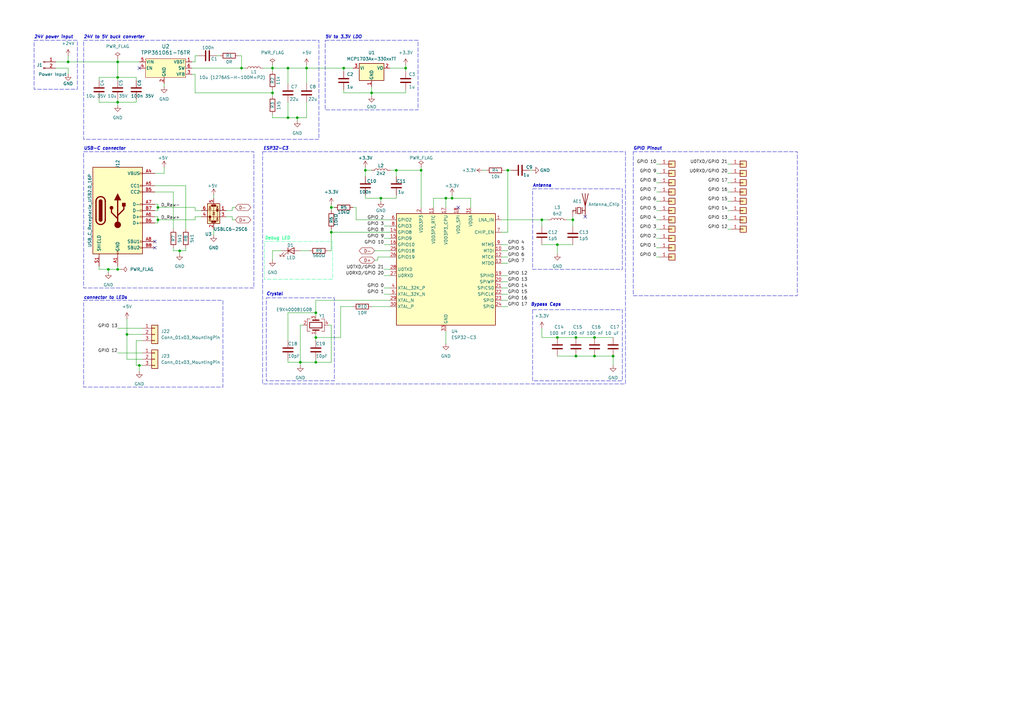
<source format=kicad_sch>
(kicad_sch (version 20231120) (generator "eeschema") (generator_version "8.0")
  (paper "A3")
  (title_block (title "ESP32-C3 LED PCB") (date "2025-01-07") (rev "1") (company "Netz39 e.V."))
  (junction (at 166.37 27.94))
  (junction (at 27.94 25.4))
  (junction (at 236.22 138.43))
  (junction (at 162.56 69.85))
  (junction (at 251.46 146.05))
  (junction (at 129.54 138.43))
  (junction (at 222.25 90.17))
  (junction (at 121.92 48.26))
  (junction (at 52.07 137.16))
  (junction (at 129.54 128.27))
  (junction (at 228.6 138.43))
  (junction (at 99.06 27.94))
  (junction (at 123.19 148.59))
  (junction (at 73.66 102.87))
  (junction (at 44.45 110.49))
  (junction (at 118.11 48.26))
  (junction (at 152.4 38.1))
  (junction (at 125.73 27.94))
  (junction (at 234.95 90.17))
  (junction (at 64.77 85.09))
  (junction (at 208.28 69.85))
  (junction (at 149.86 69.85))
  (junction (at 243.84 138.43))
  (junction (at 48.26 25.4))
  (junction (at 111.76 27.94))
  (junction (at 48.26 110.49))
  (junction (at 111.76 38.1))
  (junction (at 236.22 146.05))
  (junction (at 129.54 148.59))
  (junction (at 228.6 100.33))
  (junction (at 172.72 69.85))
  (junction (at 156.21 81.28))
  (junction (at 135.89 95.25))
  (junction (at 57.15 149.86))
  (junction (at 48.26 41.91))
  (junction (at 243.84 146.05))
  (junction (at 64.77 90.17))
  (junction (at 48.26 31.75))
  (junction (at 135.89 85.09))
  (junction (at 118.11 27.94))
  (junction (at 140.97 27.94))
  (junction (at 182.88 81.28))
  (junction (at 185.42 81.28))
  (no_connect (at 63.5 101.6))
  (no_connect (at 240.03 88.9))
  (no_connect (at 57.15 27.94))
  (no_connect (at 63.5 99.06))
  (no_connect (at 187.96 85.09))
  (wire (pts (xy 125.73 41.91) (xy 125.73 48.26)))
  (wire (pts (xy 135.89 95.25) (xy 160.02 95.25)))
  (wire (pts (xy 153.67 102.87) (xy 160.02 102.87)))
  (wire (pts (xy 48.26 134.62) (xy 58.42 134.62)))
  (wire (pts (xy 40.64 41.91) (xy 40.64 40.64)))
  (wire (pts (xy 44.45 110.49) (xy 48.26 110.49)))
  (wire (pts (xy 298.45 82.55) (xy 299.72 82.55)))
  (wire (pts (xy 22.86 27.94) (xy 27.94 27.94)))
  (wire (pts (xy 123.19 148.59) (xy 123.19 133.35)))
  (wire (pts (xy 123.19 149.86) (xy 123.19 148.59)))
  (wire (pts (xy 140.97 27.94) (xy 140.97 29.21)))
  (wire (pts (xy 57.15 149.86) (xy 57.15 152.4)))
  (wire (pts (xy 135.89 133.35) (xy 134.62 133.35)))
  (wire (pts (xy 40.64 33.02) (xy 40.64 31.75)))
  (wire (pts (xy 269.24 97.79) (xy 270.51 97.79)))
  (wire (pts (xy 207.01 69.85) (xy 208.28 69.85)))
  (wire (pts (xy 208.28 113.03) (xy 205.74 113.03)))
  (wire (pts (xy 48.26 31.75) (xy 48.26 33.02)))
  (wire (pts (xy 162.56 69.85) (xy 172.72 69.85)))
  (wire (pts (xy 118.11 48.26) (xy 121.92 48.26)))
  (wire (pts (xy 205.74 90.17) (xy 222.25 90.17)))
  (wire (pts (xy 185.42 80.01) (xy 185.42 81.28)))
  (wire (pts (xy 78.74 25.4) (xy 80.01 25.4)))
  (wire (pts (xy 182.88 135.89) (xy 182.88 140.97)))
  (wire (pts (xy 177.8 81.28) (xy 182.88 81.28)))
  (wire (pts (xy 205.74 120.65) (xy 208.28 120.65)))
  (wire (pts (xy 185.42 81.28) (xy 193.04 81.28)))
  (wire (pts (xy 55.88 149.86) (xy 57.15 149.86)))
  (wire (pts (xy 208.28 115.57) (xy 205.74 115.57)))
  (wire (pts (xy 55.88 139.7) (xy 58.42 139.7)))
  (wire (pts (xy 154.94 106.68) (xy 154.94 105.41)))
  (wire (pts (xy 48.26 25.4) (xy 57.15 25.4)))
  (wire (pts (xy 22.86 25.4) (xy 27.94 25.4)))
  (wire (pts (xy 40.64 110.49) (xy 44.45 110.49)))
  (wire (pts (xy 76.2 76.2) (xy 76.2 93.98)))
  (wire (pts (xy 298.45 86.36) (xy 299.72 86.36)))
  (wire (pts (xy 48.26 25.4) (xy 48.26 31.75)))
  (wire (pts (xy 95.25 85.09) (xy 96.52 85.09)))
  (wire (pts (xy 140.97 38.1) (xy 152.4 38.1)))
  (wire (pts (xy 205.74 100.33) (xy 208.28 100.33)))
  (wire (pts (xy 64.77 91.44) (xy 63.5 91.44)))
  (wire (pts (xy 87.63 93.98) (xy 87.63 96.52)))
  (wire (pts (xy 152.4 38.1) (xy 166.37 38.1)))
  (wire (pts (xy 64.77 90.17) (xy 64.77 88.9)))
  (wire (pts (xy 135.89 133.35) (xy 135.89 148.59)))
  (wire (pts (xy 55.88 33.02) (xy 55.88 31.75)))
  (wire (pts (xy 251.46 146.05) (xy 251.46 149.86)))
  (wire (pts (xy 236.22 138.43) (xy 243.84 138.43)))
  (wire (pts (xy 222.25 100.33) (xy 228.6 100.33)))
  (wire (pts (xy 118.11 27.94) (xy 125.73 27.94)))
  (wire (pts (xy 135.89 83.82) (xy 135.89 85.09)))
  (wire (pts (xy 95.25 86.36) (xy 92.71 86.36)))
  (wire (pts (xy 172.72 68.58) (xy 172.72 69.85)))
  (wire (pts (xy 48.26 41.91) (xy 55.88 41.91)))
  (wire (pts (xy 48.26 41.91) (xy 48.26 43.18)))
  (wire (pts (xy 269.24 67.31) (xy 270.51 67.31)))
  (wire (pts (xy 157.48 92.71) (xy 160.02 92.71)))
  (wire (pts (xy 149.86 72.39) (xy 149.86 69.85)))
  (wire (pts (xy 149.86 81.28) (xy 149.86 80.01)))
  (wire (pts (xy 129.54 123.19) (xy 160.02 123.19)))
  (wire (pts (xy 67.31 71.12) (xy 63.5 71.12)))
  (wire (pts (xy 205.74 105.41) (xy 208.28 105.41)))
  (wire (pts (xy 140.97 36.83) (xy 140.97 38.1)))
  (wire (pts (xy 64.77 85.09) (xy 80.01 85.09)))
  (wire (pts (xy 57.15 149.86) (xy 58.42 149.86)))
  (wire (pts (xy 234.95 90.17) (xy 234.95 92.71)))
  (wire (pts (xy 298.45 93.98) (xy 299.72 93.98)))
  (wire (pts (xy 222.25 138.43) (xy 228.6 138.43)))
  (wire (pts (xy 111.76 26.67) (xy 111.76 27.94)))
  (wire (pts (xy 129.54 137.16) (xy 129.54 138.43)))
  (wire (pts (xy 76.2 76.2) (xy 63.5 76.2)))
  (wire (pts (xy 162.56 81.28) (xy 162.56 80.01)))
  (wire (pts (xy 63.5 86.36) (xy 64.77 86.36)))
  (wire (pts (xy 95.25 85.09) (xy 95.25 86.36)))
  (wire (pts (xy 298.45 90.17) (xy 299.72 90.17)))
  (wire (pts (xy 48.26 31.75) (xy 55.88 31.75)))
  (wire (pts (xy 52.07 137.16) (xy 58.42 137.16)))
  (wire (pts (xy 166.37 26.67) (xy 166.37 27.94)))
  (wire (pts (xy 78.74 27.94) (xy 99.06 27.94)))
  (wire (pts (xy 96.52 90.17) (xy 95.25 90.17)))
  (wire (pts (xy 48.26 110.49) (xy 49.53 110.49)))
  (wire (pts (xy 144.78 85.09) (xy 146.05 85.09)))
  (wire (pts (xy 208.28 69.85) (xy 208.28 95.25)))
  (wire (pts (xy 228.6 100.33) (xy 228.6 104.14)))
  (wire (pts (xy 125.73 34.29) (xy 125.73 27.94)))
  (wire (pts (xy 44.45 110.49) (xy 44.45 111.76)))
  (wire (pts (xy 140.97 27.94) (xy 144.78 27.94)))
  (wire (pts (xy 121.92 48.26) (xy 121.92 49.53)))
  (wire (pts (xy 157.48 118.11) (xy 160.02 118.11)))
  (wire (pts (xy 166.37 27.94) (xy 160.02 27.94)))
  (wire (pts (xy 269.24 78.74) (xy 270.51 78.74)))
  (wire (pts (xy 217.17 69.85) (xy 218.44 69.85)))
  (wire (pts (xy 80.01 86.36) (xy 82.55 86.36)))
  (wire (pts (xy 129.54 128.27) (xy 129.54 129.54)))
  (wire (pts (xy 236.22 146.05) (xy 243.84 146.05)))
  (wire (pts (xy 40.64 109.22) (xy 40.64 110.49)))
  (wire (pts (xy 123.19 133.35) (xy 124.46 133.35)))
  (wire (pts (xy 222.25 92.71) (xy 222.25 90.17)))
  (wire (pts (xy 129.54 147.32) (xy 129.54 148.59)))
  (wire (pts (xy 64.77 91.44) (xy 64.77 90.17)))
  (wire (pts (xy 111.76 36.83) (xy 111.76 38.1)))
  (wire (pts (xy 118.11 139.7) (xy 118.11 128.27)))
  (wire (pts (xy 269.24 74.93) (xy 270.51 74.93)))
  (wire (pts (xy 205.74 107.95) (xy 208.28 107.95)))
  (wire (pts (xy 80.01 88.9) (xy 82.55 88.9)))
  (wire (pts (xy 228.6 100.33) (xy 234.95 100.33)))
  (wire (pts (xy 139.7 138.43) (xy 139.7 125.73)))
  (wire (pts (xy 111.76 38.1) (xy 111.76 39.37)))
  (wire (pts (xy 156.21 81.28) (xy 149.86 81.28)))
  (wire (pts (xy 64.77 83.82) (xy 64.77 85.09)))
  (wire (pts (xy 55.88 139.7) (xy 55.88 149.86)))
  (wire (pts (xy 95.25 90.17) (xy 95.25 88.9)))
  (wire (pts (xy 162.56 69.85) (xy 162.56 72.39)))
  (wire (pts (xy 298.45 78.74) (xy 299.72 78.74)))
  (wire (pts (xy 234.95 90.17) (xy 234.95 88.9)))
  (wire (pts (xy 52.07 130.81) (xy 52.07 137.16)))
  (wire (pts (xy 64.77 85.09) (xy 64.77 86.36)))
  (wire (pts (xy 152.4 125.73) (xy 160.02 125.73)))
  (wire (pts (xy 71.12 78.74) (xy 63.5 78.74)))
  (wire (pts (xy 205.74 102.87) (xy 208.28 102.87)))
  (wire (pts (xy 48.26 109.22) (xy 48.26 110.49)))
  (wire (pts (xy 157.48 100.33) (xy 160.02 100.33)))
  (wire (pts (xy 228.6 138.43) (xy 236.22 138.43)))
  (wire (pts (xy 135.89 102.87) (xy 134.62 102.87)))
  (wire (pts (xy 139.7 125.73) (xy 144.78 125.73)))
  (wire (pts (xy 129.54 123.19) (xy 129.54 128.27)))
  (wire (pts (xy 99.06 22.86) (xy 99.06 27.94)))
  (wire (pts (xy 157.48 113.03) (xy 160.02 113.03)))
  (wire (pts (xy 205.74 118.11) (xy 208.28 118.11)))
  (wire (pts (xy 71.12 93.98) (xy 71.12 78.74)))
  (wire (pts (xy 80.01 30.48) (xy 78.74 30.48)))
  (wire (pts (xy 48.26 144.78) (xy 58.42 144.78)))
  (wire (pts (xy 182.88 81.28) (xy 182.88 85.09)))
  (wire (pts (xy 76.2 102.87) (xy 76.2 101.6)))
  (wire (pts (xy 55.88 41.91) (xy 55.88 40.64)))
  (wire (pts (xy 48.26 24.13) (xy 48.26 25.4)))
  (wire (pts (xy 232.41 90.17) (xy 234.95 90.17)))
  (wire (pts (xy 118.11 41.91) (xy 118.11 48.26)))
  (wire (pts (xy 208.28 69.85) (xy 209.55 69.85)))
  (wire (pts (xy 135.89 148.59) (xy 129.54 148.59)))
  (wire (pts (xy 118.11 128.27) (xy 129.54 128.27)))
  (wire (pts (xy 80.01 38.1) (xy 111.76 38.1)))
  (wire (pts (xy 67.31 34.29) (xy 67.31 35.56)))
  (wire (pts (xy 95.25 88.9) (xy 92.71 88.9)))
  (wire (pts (xy 135.89 93.98) (xy 135.89 95.25)))
  (wire (pts (xy 157.48 110.49) (xy 160.02 110.49)))
  (wire (pts (xy 111.76 48.26) (xy 118.11 48.26)))
  (wire (pts (xy 269.24 71.12) (xy 270.51 71.12)))
  (wire (pts (xy 111.76 48.26) (xy 111.76 46.99)))
  (wire (pts (xy 129.54 138.43) (xy 129.54 139.7)))
  (wire (pts (xy 208.28 95.25) (xy 205.74 95.25)))
  (wire (pts (xy 64.77 83.82) (xy 63.5 83.82)))
  (wire (pts (xy 88.9 22.86) (xy 90.17 22.86)))
  (wire (pts (xy 269.24 86.36) (xy 270.51 86.36)))
  (wire (pts (xy 222.25 90.17) (xy 224.79 90.17)))
  (wire (pts (xy 198.12 69.85) (xy 199.39 69.85)))
  (wire (pts (xy 71.12 102.87) (xy 73.66 102.87)))
  (wire (pts (xy 111.76 27.94) (xy 118.11 27.94)))
  (wire (pts (xy 298.45 71.12) (xy 299.72 71.12)))
  (wire (pts (xy 67.31 71.12) (xy 67.31 68.58)))
  (wire (pts (xy 73.66 102.87) (xy 76.2 102.87)))
  (wire (pts (xy 118.11 148.59) (xy 123.19 148.59)))
  (wire (pts (xy 27.94 25.4) (xy 48.26 25.4)))
  (wire (pts (xy 80.01 38.1) (xy 80.01 30.48)))
  (wire (pts (xy 123.19 102.87) (xy 127 102.87)))
  (wire (pts (xy 153.67 106.68) (xy 154.94 106.68)))
  (wire (pts (xy 111.76 27.94) (xy 111.76 29.21)))
  (wire (pts (xy 80.01 90.17) (xy 80.01 88.9)))
  (wire (pts (xy 111.76 102.87) (xy 115.57 102.87)))
  (wire (pts (xy 80.01 85.09) (xy 80.01 86.36)))
  (wire (pts (xy 152.4 38.1) (xy 152.4 39.37)))
  (wire (pts (xy 121.92 48.26) (xy 125.73 48.26)))
  (wire (pts (xy 118.11 148.59) (xy 118.11 147.32)))
  (wire (pts (xy 269.24 105.41) (xy 270.51 105.41)))
  (wire (pts (xy 269.24 101.6) (xy 270.51 101.6)))
  (wire (pts (xy 269.24 90.17) (xy 270.51 90.17)))
  (wire (pts (xy 137.16 85.09) (xy 135.89 85.09)))
  (wire (pts (xy 48.26 41.91) (xy 48.26 40.64)))
  (wire (pts (xy 129.54 148.59) (xy 123.19 148.59)))
  (wire (pts (xy 222.25 134.62) (xy 222.25 138.43)))
  (wire (pts (xy 87.63 80.01) (xy 87.63 81.28)))
  (wire (pts (xy 269.24 93.98) (xy 270.51 93.98)))
  (wire (pts (xy 182.88 81.28) (xy 185.42 81.28)))
  (wire (pts (xy 27.94 22.86) (xy 27.94 25.4)))
  (wire (pts (xy 157.48 97.79) (xy 160.02 97.79)))
  (wire (pts (xy 152.4 35.56) (xy 152.4 38.1)))
  (wire (pts (xy 243.84 138.43) (xy 251.46 138.43)))
  (wire (pts (xy 97.79 22.86) (xy 99.06 22.86)))
  (wire (pts (xy 166.37 29.21) (xy 166.37 27.94)))
  (wire (pts (xy 193.04 81.28) (xy 193.04 85.09)))
  (wire (pts (xy 135.89 95.25) (xy 135.89 102.87)))
  (wire (pts (xy 228.6 146.05) (xy 236.22 146.05)))
  (wire (pts (xy 52.07 137.16) (xy 52.07 147.32)))
  (wire (pts (xy 149.86 68.58) (xy 149.86 69.85)))
  (wire (pts (xy 146.05 85.09) (xy 146.05 90.17)))
  (wire (pts (xy 177.8 81.28) (xy 177.8 85.09)))
  (wire (pts (xy 160.02 120.65) (xy 157.48 120.65)))
  (wire (pts (xy 99.06 27.94) (xy 100.33 27.94)))
  (wire (pts (xy 146.05 90.17) (xy 160.02 90.17)))
  (wire (pts (xy 40.64 31.75) (xy 48.26 31.75)))
  (wire (pts (xy 80.01 25.4) (xy 80.01 22.86)))
  (wire (pts (xy 205.74 123.19) (xy 208.28 123.19)))
  (wire (pts (xy 269.24 82.55) (xy 270.51 82.55)))
  (wire (pts (xy 48.26 41.91) (xy 40.64 41.91)))
  (wire (pts (xy 80.01 22.86) (xy 81.28 22.86)))
  (wire (pts (xy 166.37 36.83) (xy 166.37 38.1)))
  (wire (pts (xy 154.94 105.41) (xy 160.02 105.41)))
  (wire (pts (xy 64.77 90.17) (xy 80.01 90.17)))
  (wire (pts (xy 64.77 88.9) (xy 63.5 88.9)))
  (wire (pts (xy 27.94 27.94) (xy 27.94 30.48)))
  (wire (pts (xy 172.72 69.85) (xy 172.72 85.09)))
  (wire (pts (xy 111.76 106.68) (xy 111.76 102.87)))
  (wire (pts (xy 298.45 67.31) (xy 299.72 67.31)))
  (wire (pts (xy 125.73 26.67) (xy 125.73 27.94)))
  (wire (pts (xy 135.89 85.09) (xy 135.89 86.36)))
  (wire (pts (xy 71.12 102.87) (xy 71.12 101.6)))
  (wire (pts (xy 156.21 81.28) (xy 156.21 82.55)))
  (wire (pts (xy 162.56 81.28) (xy 156.21 81.28)))
  (wire (pts (xy 149.86 69.85) (xy 152.4 69.85)))
  (wire (pts (xy 243.84 146.05) (xy 251.46 146.05)))
  (wire (pts (xy 118.11 34.29) (xy 118.11 27.94)))
  (wire (pts (xy 125.73 27.94) (xy 140.97 27.94)))
  (wire (pts (xy 205.74 125.73) (xy 208.28 125.73)))
  (wire (pts (xy 52.07 147.32) (xy 58.42 147.32)))
  (wire (pts (xy 160.02 69.85) (xy 162.56 69.85)))
  (wire (pts (xy 129.54 138.43) (xy 139.7 138.43)))
  (wire (pts (xy 107.95 27.94) (xy 111.76 27.94)))
  (wire (pts (xy 298.45 74.93) (xy 299.72 74.93)))
  (wire (pts (xy 73.66 102.87) (xy 73.66 104.14)))
  (rectangle (start 218.44 77.47) (end 255.27 110.49) (stroke (width 0) (type dash)))
  (rectangle (start 107.696 62.23) (end 256.54 157.48) (stroke (width 0) (type dash)))
  (rectangle (start 109.22 122.174) (end 137.16 156.21) (stroke (width 0) (type dash)))
  (rectangle (start 108.458 99.06) (end 136.398 114.554) (stroke (width 0) (type dash) (color 49 255 149 1)))
  (rectangle (start 218.44 127) (end 255.27 156.21) (stroke (width 0) (type dash)))
  (rectangle (start 133.35 16.51) (end 171.45 45.085) (stroke (width 0) (type dash)))
  (rectangle (start 13.97 16.51) (end 31.75 36.576) (stroke (width 0) (type dash)))
  (rectangle (start 259.715 62.23) (end 327.025 121.285) (stroke (width 0) (type dash)))
  (rectangle (start 34.29 16.51) (end 130.81 57.15) (stroke (width 0) (type dash)))
  (rectangle (start 34.29 123.19) (end 91.44 158.75) (stroke (width 0) (type dash)))
  (rectangle (start 34.29 62.23) (end 104.14 118.11) (stroke (width 0) (type dash)))
  (text "Antenna" (at 218.44 76.2 0) (effects (font (size 1.27 1.27) (thickness 0.254) (bold yes) (italic yes)) (justify left)))
  (text "GPIO Pinout" (at 259.715 60.96 0) (effects (font (size 1.27 1.27) (thickness 0.254) (bold yes) (italic yes)) (justify left)))
  (text "Bypass Caps" (at 217.678 124.968 0) (effects (font (size 1.27 1.27) (thickness 0.254) (bold yes) (italic yes)) (justify left)))
  (text "Crystal" (at 109.22 120.65 0) (effects (font (size 1.27 1.27) (thickness 0.254) (bold yes) (italic yes)) (justify left)))
  (text "24V to 5V buck converter" (at 34.29 15.24 0) (effects (font (size 1.27 1.27) (thickness 0.254) (bold yes) (italic yes)) (justify left)))
  (text "USB-C connector" (at 34.29 60.96 0) (effects (font (size 1.27 1.27) (thickness 0.254) (bold yes) (italic yes)) (justify left)))
  (text "connector to LEDs" (at 34.29 122.174 0) (effects (font (size 1.27 1.27) (thickness 0.254) (bold yes) (italic yes)) (justify left)))
  (text "Debug LED" (at 108.585 97.79 0) (effects (font (size 1.27 1.27) (thickness 0.254) (bold yes) (italic yes)) (justify left)))
  (text "ESP32-C3" (at 107.95 60.96 0) (effects (font (size 1.27 1.27) (thickness 0.254) (bold yes) (italic yes)) (justify left)))
  (text "5V to 3.3V LDO" (at 133.35 15.24 0) (effects (font (size 1.27 1.27) (thickness 0.254) (bold yes) (italic yes)) (justify left)))
  (text "24V power input" (at 13.97 15.24 0) (effects (font (size 1.27 1.27) (thickness 0.254) (bold yes) (italic yes)) (justify left)))
  (label "GPIO 17" (at 298.45 74.93 180))
  (label "GPIO 14" (at 208.28 118.11 0))
  (label "GPIO 8" (at 269.24 74.93 180))
  (label "D_Raw-" (at 66.04 85.09 0))
  (label "GPIO 3" (at 269.24 93.98 180))
  (label "GPIO 15" (at 298.45 82.55 180))
  (label "GPIO 4" (at 269.24 90.17 180))
  (label "GPIO 4" (at 208.28 100.33 0))
  (label "GPIO 6" (at 269.24 82.55 180))
  (label "GPIO 1" (at 157.48 120.65 180))
  (label "GPIO 9" (at 269.24 71.12 180))
  (label "GPIO 2" (at 269.24 97.79 180))
  (label "GPIO 17" (at 208.28 125.73 0))
  (label "GPIO 16" (at 208.28 123.19 0))
  (label "U0TXD{slash}GPIO 21" (at 298.45 67.31 180))
  (label "GPIO 13" (at 298.45 90.17 180))
  (label "GPIO 5" (at 269.24 86.36 180))
  (label "GPIO 0" (at 269.24 105.41 180))
  (label "GPIO 3" (at 157.48 92.71 180))
  (label "GPIO 13" (at 48.26 134.62 180))
  (label "D_Raw+" (at 66.04 90.17 0))
  (label "GPIO 14" (at 298.45 86.36 180))
  (label "GPIO 5" (at 208.28 102.87 0))
  (label "GPIO 9" (at 157.48 97.79 180))
  (label "GPIO 10" (at 269.24 67.31 180))
  (label "GPIO 0" (at 157.48 118.11 180))
  (label "GPIO 12" (at 48.26 144.78 180))
  (label "GPIO 15" (at 208.28 120.65 0))
  (label "GPIO 6" (at 208.28 105.41 0))
  (label "GPIO 1" (at 269.24 101.6 180))
  (label "GPIO 13" (at 208.28 115.57 0))
  (label "GPIO 12" (at 298.45 93.98 180))
  (label "U0RXD{slash}GPIO 20" (at 157.48 113.03 180))
  (label "U0RXD{slash}GPIO 20" (at 298.45 71.12 180))
  (label "GPIO 8" (at 157.48 95.25 180))
  (label "GPIO 10" (at 157.48 100.33 180))
  (label "GPIO 12" (at 208.28 113.03 0))
  (label "GPIO 7" (at 208.28 107.95 0))
  (label "GPIO 16" (at 298.45 78.74 180))
  (label "GPIO 2" (at 157.48 90.17 180))
  (label "GPIO 7" (at 269.24 78.74 180))
  (label "U0TXD{slash}GPIO 21" (at 157.48 110.49 180))
  (global_label "D-" (shape bidirectional) (at 153.67 102.87 180) (property "Intersheetrefs" "${INTERSHEET_REFS}" (effects (hide yes))))
  (global_label "D+" (shape bidirectional) (at 153.67 106.68 180) (property "Intersheetrefs" "${INTERSHEET_REFS}" (effects (hide yes))))
  (global_label "D-" (shape bidirectional) (at 96.52 85.09 0) (property "Intersheetrefs" "${INTERSHEET_REFS}" (effects (hide yes))))
  (global_label "D+" (shape bidirectional) (at 96.52 90.17 0) (property "Intersheetrefs" "${INTERSHEET_REFS}" (effects (hide yes))))
  (symbol (lib_id "Device:C") (at 118.11 38.1 180) (unit 1)
    (property "Reference" "C7" (at 120.65 35.56 0))
    (property "Value" "22u" (at 120.65 40.64 0))
    (property "Footprint" "Capacitor_SMD:C_0805_2012Metric_Pad1.18x1.45mm_HandSolder" (effects (hide yes)))
    (property "Description" "Unpolarized capacitor" (effects (hide yes)))
  )
  (symbol (lib_id "power:GND") (at 156.21 82.55 0) (unit 1)
    (property "Reference" "#PWR15" (effects (hide yes)))
    (property "Value" "GND" (at 156.21 86.36 0))
    (property "Description" "Power symbol creates a global label with name \"GND\" , ground" (effects (hide yes)))
  )
  (symbol (lib_id "power:GND") (at 111.76 106.68 0) (unit 1)
    (property "Reference" "#PWR20" (effects (hide yes)))
    (property "Value" "GND" (at 111.76 111.76 0))
    (property "Description" "Power symbol creates a global label with name \"GND\" , ground" (effects (hide yes)))
  )
  (symbol (lib_id "power:+3.3V") (at 149.86 68.58 0) (unit 1)
    (property "Reference" "#PWR10" (effects (hide yes)))
    (property "Value" "+3.3V" (at 149.86 64.77 0))
    (property "Description" "Power symbol creates a global label with name \"+3.3V\"" (effects (hide yes)))
  )
  (symbol (lib_id "Connector_Generic:Conn_01x01") (at 275.59 105.41 0) (unit 1)
    (property "Reference" "J21" (effects (hide yes)))
    (property "Value" "Conn_01x06" (effects (hide yes)))
    (property "Footprint" "extraFootprints:01_P2.00mm" (effects (hide yes)))
    (property "Description" "Generic connector, single row, 01x01, script generated (kicad-library-utils/schlib/autogen/connector/)" (effects (hide yes)))
  )
  (symbol (lib_id "Device:C") (at 222.25 96.52 0) (unit 1)
    (property "Reference" "C12" (at 224.79 95.25 0) (effects (justify left)))
    (property "Value" "1p5" (at 224.79 97.79 0) (effects (justify left)))
    (property "Footprint" "Capacitor_SMD:C_0402_1005Metric_Pad0.74x0.62mm_HandSolder" (effects (hide yes)))
    (property "Description" "Unpolarized capacitor" (effects (hide yes)))
  )
  (symbol (lib_id "Device:R") (at 111.76 33.02 0) (unit 1)
    (property "Reference" "R2" (at 111.76 33.02 90))
    (property "Value" "11k" (at 114.046 33.02 90))
    (property "Footprint" "Resistor_SMD:R_0603_1608Metric_Pad0.98x0.95mm_HandSolder" (effects (hide yes)))
    (property "Description" "Resistor" (effects (hide yes)))
  )
  (symbol (lib_id "Device:LED") (at 119.38 102.87 0) (unit 1)
    (property "Reference" "D1" (at 119.126 100.584 0))
    (property "Value" "LED" (at 119.38 105.664 0))
    (property "Footprint" "LED_SMD:LED_0805_2012Metric_Pad1.15x1.40mm_HandSolder" (effects (hide yes)))
    (property "Description" "Light emitting diode" (effects (hide yes)))
  )
  (symbol (lib_id "Device:Antenna_Chip") (at 237.49 86.36 0) (unit 1)
    (property "Reference" "AE1" (at 234.95 82.55 0) (effects (justify left)))
    (property "Value" "Antenna_Chip" (at 241.3 83.82 0) (effects (justify left)))
    (property "Footprint" "RF_Antenna:Johanson_2450AT43F0100" (effects (hide yes)))
    (property "Description" "Ceramic chip antenna with pin for PCB trace" (effects (hide yes)))
  )
  (symbol (lib_id "power:GND") (at 182.88 140.97 0) (unit 1)
    (property "Reference" "#PWR24" (effects (hide yes)))
    (property "Value" "GND" (at 182.88 146.05 0))
    (property "Description" "Power symbol creates a global label with name \"GND\" , ground" (effects (hide yes)))
  )
  (symbol (lib_id "power:GND") (at 228.6 104.14 0) (unit 1)
    (property "Reference" "#PWR19" (effects (hide yes)))
    (property "Value" "GND" (at 228.6 109.22 0))
    (property "Description" "Power symbol creates a global label with name \"GND\" , ground" (effects (hide yes)))
  )
  (symbol (lib_id "power:GND") (at 152.4 39.37 0) (unit 1)
    (property "Reference" "#PWR6" (effects (hide yes)))
    (property "Value" "GND" (at 152.4 43.815 0))
    (property "Description" "Power symbol creates a global label with name \"GND\" , ground" (effects (hide yes)))
  )
  (symbol (lib_id "Connector_Generic:Conn_01x01") (at 304.8 67.31 0) (unit 1)
    (property "Reference" "J3" (effects (hide yes)))
    (property "Value" "Conn_01x06" (effects (hide yes)))
    (property "Footprint" "extraFootprints:01_P2.00mm" (effects (hide yes)))
    (property "Description" "Generic connector, single row, 01x01, script generated (kicad-library-utils/schlib/autogen/connector/)" (effects (hide yes)))
  )
  (symbol (lib_id "Device:R") (at 130.81 102.87 90) (unit 1)
    (property "Reference" "R9" (at 130.81 102.87 90))
    (property "Value" "560Ω" (at 130.81 104.775 90))
    (property "Footprint" "Resistor_SMD:R_0603_1608Metric_Pad0.98x0.95mm_HandSolder" (effects (hide yes)))
    (property "Description" "Resistor" (effects (hide yes)))
  )
  (symbol (lib_id "Device:R") (at 140.97 85.09 90) (unit 1)
    (property "Reference" "R5" (at 140.97 85.09 90))
    (property "Value" "10kΩ" (at 140.97 86.995 90))
    (property "Footprint" "Resistor_SMD:R_0603_1608Metric_Pad0.98x0.95mm_HandSolder" (effects (hide yes)))
    (property "Description" "Resistor" (effects (hide yes)))
  )
  (symbol (lib_id "Connector_Generic:Conn_01x01") (at 275.59 82.55 0) (unit 1)
    (property "Reference" "J10" (effects (hide yes)))
    (property "Value" "Conn_01x06" (effects (hide yes)))
    (property "Footprint" "extraFootprints:01_P2.00mm" (effects (hide yes)))
    (property "Description" "Generic connector, single row, 01x01, script generated (kicad-library-utils/schlib/autogen/connector/)" (effects (hide yes)))
  )
  (symbol (lib_id "Device:C") (at 149.86 76.2 0) (unit 1)
    (property "Reference" "C10" (at 150.495 74.295 0) (effects (justify left)))
    (property "Value" "100n" (at 147.32 78.74 0) (effects (justify left)))
    (property "Footprint" "Capacitor_SMD:C_0603_1608Metric_Pad1.08x0.95mm_HandSolder" (effects (hide yes)))
    (property "Description" "Unpolarized capacitor" (effects (hide yes)))
  )
  (symbol (lib_id "power:PWR_FLAG") (at 48.26 24.13 0) (unit 1)
    (property "Reference" "#FLG1" (effects (hide yes)))
    (property "Value" "PWR_FLAG" (at 48.26 19.05 0))
    (property "Description" "Special symbol for telling ERC where power comes from" (effects (hide yes)))
  )
  (symbol (lib_id "Connector_Generic:Conn_01x01") (at 275.59 71.12 0) (unit 1)
    (property "Reference" "J4" (effects (hide yes)))
    (property "Value" "Conn_01x06" (effects (hide yes)))
    (property "Footprint" "extraFootprints:01_P2.00mm" (effects (hide yes)))
    (property "Description" "Generic connector, single row, 01x01, script generated (kicad-library-utils/schlib/autogen/connector/)" (effects (hide yes)))
  )
  (symbol (lib_id "power:PWR_FLAG") (at 111.76 26.67 0) (unit 1)
    (property "Reference" "#FLG2" (effects (hide yes)))
    (property "Value" "PWR_FLAG" (at 111.76 21.59 0))
    (property "Description" "Special symbol for telling ERC where power comes from" (effects (hide yes)))
  )
  (symbol (lib_id "power:+3.3V") (at 135.89 83.82 0) (unit 1)
    (property "Reference" "#PWR16" (effects (hide yes)))
    (property "Value" "+3.3V" (at 135.89 78.74 0))
    (property "Description" "Power symbol creates a global label with name \"+3.3V\"" (effects (hide yes)))
  )
  (symbol (lib_id "Connector_Generic:Conn_01x01") (at 304.8 86.36 0) (unit 1)
    (property "Reference" "J14" (effects (hide yes)))
    (property "Value" "Conn_01x06" (effects (hide yes)))
    (property "Footprint" "extraFootprints:01_P2.00mm" (effects (hide yes)))
    (property "Description" "Generic connector, single row, 01x01, script generated (kicad-library-utils/schlib/autogen/connector/)" (effects (hide yes)))
  )
  (symbol (lib_id "Device:C") (at 236.22 142.24 0) (unit 1)
    (property "Reference" "C15" (at 234.95 134.112 0) (effects (justify left)))
    (property "Value" "100 nF" (at 232.918 136.652 0) (effects (justify left)))
    (property "Footprint" "Capacitor_SMD:C_0603_1608Metric_Pad1.08x0.95mm_HandSolder" (effects (hide yes)))
    (property "Description" "Unpolarized capacitor" (effects (hide yes)))
  )
  (symbol (lib_id "power:GND") (at 57.15 152.4 0) (unit 1)
    (property "Reference" "#PWR27" (effects (hide yes)))
    (property "Value" "GND" (at 57.15 157.48 0))
    (property "Description" "Power symbol creates a global label with name \"GND\" , ground" (effects (hide yes)))
  )
  (symbol (lib_id "Connector_Generic:Conn_01x01") (at 304.8 90.17 0) (unit 1)
    (property "Reference" "J16" (effects (hide yes)))
    (property "Value" "Conn_01x06" (effects (hide yes)))
    (property "Footprint" "extraFootprints:01_P2.00mm" (effects (hide yes)))
    (property "Description" "Generic connector, single row, 01x01, script generated (kicad-library-utils/schlib/autogen/connector/)" (effects (hide yes)))
  )
  (symbol (lib_id "Connector_Generic:Conn_01x01") (at 304.8 71.12 0) (unit 1)
    (property "Reference" "J5" (effects (hide yes)))
    (property "Value" "Conn_01x06" (effects (hide yes)))
    (property "Footprint" "extraFootprints:01_P2.00mm" (effects (hide yes)))
    (property "Description" "Generic connector, single row, 01x01, script generated (kicad-library-utils/schlib/autogen/connector/)" (effects (hide yes)))
  )
  (symbol (lib_id "power:+5V") (at 52.07 130.81 0) (unit 1)
    (property "Reference" "#PWR22" (effects (hide yes)))
    (property "Value" "+5V" (at 52.07 125.73 0))
    (property "Description" "Power symbol creates a global label with name \"+5V\"" (effects (hide yes)))
  )
  (symbol (lib_id "Connector:USB_C_Receptacle_USB2.0_16P") (at 48.26 86.36 0) (unit 1)
    (property "Reference" "J12" (at 48.26 67.31 90))
    (property "Value" "USB_C_Receptacle_USB2.0_16P" (at 36.83 86.36 90))
    (property "Footprint" "Connector_USB:USB_C_Receptacle_Palconn_UTC16-G" (effects (hide yes)))
    (property "Datasheet" "https://www.usb.org/sites/default/files/documents/usb_type-c.zip" (effects (hide yes)))
    (property "Description" "USB 2.0-only 16P Type-C Receptacle connector" (effects (hide yes)))
  )
  (symbol (lib_id "power:+3.3V") (at 222.25 134.62 0) (unit 1)
    (property "Reference" "#PWR23" (effects (hide yes)))
    (property "Value" "+3.3V" (at 222.25 129.54 0))
    (property "Description" "Power symbol creates a global label with name \"+3.3V\"" (effects (hide yes)))
  )
  (symbol (lib_id "Device:R") (at 71.12 97.79 180) (unit 1)
    (property "Reference" "R7" (at 71.12 97.79 90))
    (property "Value" "5k1" (at 73.66 97.79 90))
    (property "Footprint" "Resistor_SMD:R_0603_1608Metric_Pad0.98x0.95mm_HandSolder" (effects (hide yes)))
    (property "Description" "Resistor" (effects (hide yes)))
  )
  (symbol (lib_id "Connector_Generic:Conn_01x01") (at 304.8 82.55 0) (unit 1)
    (property "Reference" "J11" (effects (hide yes)))
    (property "Value" "Conn_01x06" (effects (hide yes)))
    (property "Footprint" "extraFootprints:01_P2.00mm" (effects (hide yes)))
    (property "Description" "Generic connector, single row, 01x01, script generated (kicad-library-utils/schlib/autogen/connector/)" (effects (hide yes)))
  )
  (symbol (lib_id "Device:C") (at 234.95 96.52 0) (unit 1)
    (property "Reference" "C13" (at 237.49 95.25 0) (effects (justify left)))
    (property "Value" "1p5" (at 237.49 97.79 0) (effects (justify left)))
    (property "Footprint" "Capacitor_SMD:C_0402_1005Metric_Pad0.74x0.62mm_HandSolder" (effects (hide yes)))
    (property "Description" "Unpolarized capacitor" (effects (hide yes)))
  )
  (symbol (lib_id "power:+5V") (at 67.31 68.58 0) (unit 1)
    (property "Reference" "#PWR9" (effects (hide yes)))
    (property "Value" "+5V" (at 64.77 64.77 0) (effects (justify left)))
    (property "Description" "Power symbol creates a global label with name \"+5V\"" (effects (hide yes)))
  )
  (symbol (lib_id "Device:C") (at 140.97 33.02 0) (unit 1)
    (property "Reference" "C2" (at 142.24 30.48 0) (effects (justify left)))
    (property "Value" "1u" (at 142.24 35.56 0) (effects (justify left)))
    (property "Footprint" "Capacitor_SMD:C_0603_1608Metric_Pad1.08x0.95mm_HandSolder" (effects (hide yes)))
    (property "Description" "Unpolarized capacitor" (effects (hide yes)))
  )
  (symbol (lib_id "Connector_Generic:Conn_01x03") (at 63.5 147.32 0) (unit 1)
    (property "Reference" "J23" (at 66.04 146.0499 0) (effects (justify left)))
    (property "Value" "Conn_01x03_MountingPin" (at 66.04 148.5899 0) (effects (justify left)))
    (property "Footprint" "Connector_Molex:Molex_PicoBlade_53047-0310_1x03_P1.25mm_Vertical" (effects (hide yes)))
    (property "Description" "Generic connector, single row, 01x03, script generated (kicad-library-utils/schlib/autogen/connector/)" (effects (hide yes)))
  )
  (symbol (lib_id "Device:R") (at 93.98 22.86 90) (unit 1)
    (property "Reference" "R1" (at 93.98 22.86 90))
    (property "Value" "0R" (at 93.98 25.4 90))
    (property "Footprint" "Resistor_SMD:R_0603_1608Metric_Pad0.98x0.95mm_HandSolder" (effects (hide yes)))
    (property "Description" "Resistor" (effects (hide yes)))
  )
  (symbol (lib_id "Device:R") (at 111.76 43.18 180) (unit 1)
    (property "Reference" "R3" (at 111.76 44.45 90) (effects (justify right)))
    (property "Value" "1k5" (at 114.3 45.085 90) (effects (justify right)))
    (property "Footprint" "Resistor_SMD:R_0603_1608Metric_Pad0.98x0.95mm_HandSolder" (effects (hide yes)))
    (property "Description" "Resistor" (effects (hide yes)))
  )
  (symbol (lib_id "Device:C") (at 40.64 36.83 180) (unit 1)
    (property "Reference" "C4" (at 41.91 34.036 90))
    (property "Value" "10u 35V" (at 39.37 39.37 0))
    (property "Footprint" "Capacitor_SMD:C_0603_1608Metric_Pad1.08x0.95mm_HandSolder" (effects (hide yes)))
    (property "Description" "Unpolarized capacitor" (effects (hide yes)))
  )
  (symbol (lib_id "power:GND") (at 218.44 69.85 90) (unit 1)
    (property "Reference" "#PWR12" (effects (hide yes)))
    (property "Value" "GND" (at 223.52 69.85 90))
    (property "Description" "Power symbol creates a global label with name \"GND\" , ground" (effects (hide yes)))
  )
  (symbol (lib_id "Device:R") (at 148.59 125.73 270) (unit 1)
    (property "Reference" "R10" (at 148.59 125.73 90))
    (property "Value" "10R" (at 148.59 128.27 90))
    (property "Footprint" "Resistor_SMD:R_0603_1608Metric_Pad0.98x0.95mm_HandSolder" (effects (hide yes)))
    (property "Description" "Resistor" (effects (hide yes)))
  )
  (symbol (lib_id "power:+24V") (at 27.94 22.86 0) (unit 1)
    (property "Reference" "#PWR1" (effects (hide yes)))
    (property "Value" "+24V" (at 27.94 17.78 0))
    (property "Description" "Power symbol creates a global label with name \"+24V\"" (effects (hide yes)))
  )
  (symbol (lib_id "power:GND") (at 251.46 149.86 0) (unit 1)
    (property "Reference" "#PWR26" (effects (hide yes)))
    (property "Value" "GND" (at 251.46 154.94 0))
    (property "Description" "Power symbol creates a global label with name \"GND\" , ground" (effects (hide yes)))
  )
  (symbol (lib_id "power:GND") (at 44.45 111.76 0) (unit 1)
    (property "Reference" "#PWR21" (effects (hide yes)))
    (property "Value" "GND" (at 44.45 116.84 0))
    (property "Description" "Power symbol creates a global label with name \"GND\" , ground" (effects (hide yes)))
  )
  (symbol (lib_id "power:GND") (at 87.63 96.52 0) (mirror y) (unit 1)
    (property "Reference" "#PWR17" (effects (hide yes)))
    (property "Value" "GND" (at 87.63 101.6 0))
    (property "Description" "Power symbol creates a global label with name \"GND\" , ground" (effects (hide yes)))
  )
  (symbol (lib_id "Power_Protection:USBLC6-2SC6") (at 87.63 86.36 0) (mirror y) (unit 1)
    (property "Reference" "U3" (at 86.868 96.012 0) (effects (justify left)))
    (property "Value" "USBLC6-2SC6" (at 101.6 93.98 0) (effects (justify left)))
    (property "Footprint" "Package_TO_SOT_SMD:SOT-23-6" (effects (hide yes)))
    (property "Datasheet" "https://www.st.com/resource/en/datasheet/usblc6-2.pdf" (effects (hide yes)))
    (property "Description" "Very low capacitance ESD protection diode, 2 data-line, SOT-23-6" (effects (hide yes)))
  )
  (symbol (lib_id "power:GND") (at 67.31 35.56 0) (unit 1)
    (property "Reference" "#PWR5" (effects (hide yes)))
    (property "Value" "GND" (at 67.31 40.64 0))
    (property "Description" "Power symbol creates a global label with name \"GND\" , ground" (effects (hide yes)))
  )
  (symbol (lib_id "Connector_Generic:Conn_01x01") (at 275.59 74.93 0) (unit 1)
    (property "Reference" "J6" (effects (hide yes)))
    (property "Value" "Conn_01x06" (effects (hide yes)))
    (property "Footprint" "extraFootprints:01_P2.00mm" (effects (hide yes)))
    (property "Description" "Generic connector, single row, 01x01, script generated (kicad-library-utils/schlib/autogen/connector/)" (effects (hide yes)))
  )
  (symbol (lib_id "Connector_Generic:Conn_01x01") (at 275.59 93.98 0) (unit 1)
    (property "Reference" "J17" (effects (hide yes)))
    (property "Value" "Conn_01x06" (effects (hide yes)))
    (property "Footprint" "extraFootprints:01_P2.00mm" (effects (hide yes)))
    (property "Description" "Generic connector, single row, 01x01, script generated (kicad-library-utils/schlib/autogen/connector/)" (effects (hide yes)))
  )
  (symbol (lib_id "Device:C") (at 166.37 33.02 0) (unit 1)
    (property "Reference" "C3" (at 167.64 30.48 0) (effects (justify left)))
    (property "Value" "1u" (at 167.64 35.56 0) (effects (justify left)))
    (property "Footprint" "Capacitor_SMD:C_0603_1608Metric_Pad1.08x0.95mm_HandSolder" (effects (hide yes)))
    (property "Description" "Unpolarized capacitor" (effects (hide yes)))
  )
  (symbol (lib_id "Connector_Generic:Conn_01x01") (at 304.8 74.93 0) (unit 1)
    (property "Reference" "J7" (effects (hide yes)))
    (property "Value" "Conn_01x06" (effects (hide yes)))
    (property "Footprint" "extraFootprints:01_P2.00mm" (effects (hide yes)))
    (property "Description" "Generic connector, single row, 01x01, script generated (kicad-library-utils/schlib/autogen/connector/)" (effects (hide yes)))
  )
  (symbol (lib_id "Device:C") (at 162.56 76.2 0) (unit 1)
    (property "Reference" "C11" (at 162.56 74.295 0) (effects (justify left)))
    (property "Value" "1u" (at 163.195 78.74 0) (effects (justify left)))
    (property "Footprint" "Capacitor_SMD:C_0603_1608Metric_Pad1.08x0.95mm_HandSolder" (effects (hide yes)))
    (property "Description" "Unpolarized capacitor" (effects (hide yes)))
  )
  (symbol (lib_id "Device:L") (at 104.14 27.94 270) (mirror x) (unit 1)
    (property "Reference" "L1" (at 104.14 29.464 90))
    (property "Value" "10u (1276AS-H-100M=P2)" (at 95.25 31.75 90))
    (property "Footprint" "Inductor_SMD:L_1210_3225Metric_Pad1.42x2.65mm_HandSolder" (effects (hide yes)))
    (property "Description" "Inductor" (effects (hide yes)))
  )
  (symbol (lib_id "Connector_Generic:Conn_01x01") (at 275.59 90.17 0) (unit 1)
    (property "Reference" "J15" (effects (hide yes)))
    (property "Value" "Conn_01x06" (effects (hide yes)))
    (property "Footprint" "extraFootprints:01_P2.00mm" (effects (hide yes)))
    (property "Description" "Generic connector, single row, 01x01, script generated (kicad-library-utils/schlib/autogen/connector/)" (effects (hide yes)))
  )
  (symbol (lib_id "Connector_Generic:Conn_01x01") (at 304.8 78.74 0) (unit 1)
    (property "Reference" "J9" (effects (hide yes)))
    (property "Value" "Conn_01x06" (effects (hide yes)))
    (property "Footprint" "extraFootprints:01_P2.00mm" (effects (hide yes)))
    (property "Description" "Generic connector, single row, 01x01, script generated (kicad-library-utils/schlib/autogen/connector/)" (effects (hide yes)))
  )
  (symbol (lib_id "power:+3.3V") (at 185.42 80.01 0) (unit 1)
    (property "Reference" "#PWR14" (effects (hide yes)))
    (property "Value" "+3.3V" (at 185.42 76.2 0))
    (property "Description" "Power symbol creates a global label with name \"+3.3V\"" (effects (hide yes)))
  )
  (symbol (lib_id "power:PWR_FLAG") (at 172.72 68.58 0) (unit 1)
    (property "Reference" "#FLG3" (effects (hide yes)))
    (property "Value" "PWR_FLAG" (at 172.72 64.77 0))
    (property "Description" "Special symbol for telling ERC where power comes from" (effects (hide yes)))
  )
  (symbol (lib_id "power:GND") (at 123.19 149.86 0) (unit 1)
    (property "Reference" "#PWR25" (effects (hide yes)))
    (property "Value" "GND" (at 123.19 154.94 0))
    (property "Description" "Power symbol creates a global label with name \"GND\" , ground" (effects (hide yes)))
  )
  (symbol (lib_id "power:+3.3V") (at 198.12 69.85 90) (unit 1)
    (property "Reference" "#PWR11" (effects (hide yes)))
    (property "Value" "+3.3V" (at 192.405 69.85 90))
    (property "Description" "Power symbol creates a global label with name \"+3.3V\"" (effects (hide yes)))
  )
  (symbol (lib_id "Device:R") (at 203.2 69.85 90) (unit 1)
    (property "Reference" "R4" (at 204.47 69.85 90) (effects (justify left)))
    (property "Value" "10k" (at 205.105 72.39 90) (effects (justify left)))
    (property "Footprint" "Resistor_SMD:R_0603_1608Metric_Pad0.98x0.95mm_HandSolder" (effects (hide yes)))
    (property "Description" "Resistor" (effects (hide yes)))
  )
  (symbol (lib_id "Device:C") (at 251.46 142.24 0) (unit 1)
    (property "Reference" "C17" (at 250.19 134.112 0) (effects (justify left)))
    (property "Value" "10 uF" (at 248.158 136.652 0) (effects (justify left)))
    (property "Footprint" "Capacitor_SMD:C_0603_1608Metric_Pad1.08x0.95mm_HandSolder" (effects (hide yes)))
    (property "Description" "Unpolarized capacitor" (effects (hide yes)))
  )
  (symbol (lib_id "Device:C") (at 129.54 143.51 0) (unit 1)
    (property "Reference" "C19" (at 129.54 140.97 0) (effects (justify left)))
    (property "Value" "10pF" (at 129.54 146.05 0) (effects (justify left)))
    (property "Footprint" "Capacitor_SMD:C_0402_1005Metric_Pad0.74x0.62mm_HandSolder" (effects (hide yes)))
    (property "Description" "Unpolarized capacitor" (effects (hide yes)))
  )
  (symbol (lib_id "Connector_Generic:Conn_01x01") (at 275.59 101.6 0) (unit 1)
    (property "Reference" "J20" (effects (hide yes)))
    (property "Value" "Conn_01x06" (effects (hide yes)))
    (property "Footprint" "extraFootprints:01_P2.00mm" (effects (hide yes)))
    (property "Description" "Generic connector, single row, 01x01, script generated (kicad-library-utils/schlib/autogen/connector/)" (effects (hide yes)))
  )
  (symbol (lib_id "Connector_Generic:Conn_01x03") (at 63.5 137.16 0) (unit 1)
    (property "Reference" "J22" (at 66.04 135.8899 0) (effects (justify left)))
    (property "Value" "Conn_01x03_MountingPin" (at 66.04 138.4299 0) (effects (justify left)))
    (property "Footprint" "Connector_Molex:Molex_PicoBlade_53047-0310_1x03_P1.25mm_Vertical" (effects (hide yes)))
    (property "Description" "Generic connector, single row, 01x03, script generated (kicad-library-utils/schlib/autogen/connector/)" (effects (hide yes)))
  )
  (symbol (lib_id "Device:R") (at 135.89 90.17 180) (unit 1)
    (property "Reference" "R6" (at 135.89 90.17 90))
    (property "Value" "10kΩ" (at 137.795 90.17 90))
    (property "Footprint" "Resistor_SMD:R_0603_1608Metric_Pad0.98x0.95mm_HandSolder" (effects (hide yes)))
    (property "Description" "Resistor" (effects (hide yes)))
  )
  (symbol (lib_id "power:+5V") (at 87.63 80.01 0) (unit 1)
    (property "Reference" "#PWR13" (effects (hide yes)))
    (property "Value" "+5V" (at 85.09 76.2 0) (effects (justify left)))
    (property "Description" "Power symbol creates a global label with name \"+5V\"" (effects (hide yes)))
  )
  (symbol (lib_id "Device:C") (at 228.6 142.24 0) (unit 1)
    (property "Reference" "C14" (at 227.33 134.112 0) (effects (justify left)))
    (property "Value" "100 nF" (at 225.298 136.652 0) (effects (justify left)))
    (property "Footprint" "Capacitor_SMD:C_0603_1608Metric_Pad1.08x0.95mm_HandSolder" (effects (hide yes)))
    (property "Description" "Unpolarized capacitor" (effects (hide yes)))
  )
  (symbol (lib_id "Regulator_Linear:MCP1703Ax-330xxTT") (at 152.4 27.94 0) (unit 1)
    (property "Reference" "U1" (at 152.4 21.59 0))
    (property "Value" "MCP1703Ax-330xxTT" (at 152.4 24.13 0))
    (property "Footprint" "Package_TO_SOT_SMD:SOT-23" (effects (hide yes)))
    (property "Datasheet" "http://ww1.microchip.com/downloads/en/DeviceDoc/20005122B.pdf" (effects (hide yes)))
    (property "Description" "Low Quiescent Current LDO Regulator, 3.3V, 250mA, Vin<=16V, SOT-23" (effects (hide yes)))
  )
  (symbol (lib_id "Connector_Generic:Conn_01x01") (at 304.8 93.98 0) (unit 1)
    (property "Reference" "J18" (effects (hide yes)))
    (property "Value" "Conn_01x06" (effects (hide yes)))
    (property "Footprint" "extraFootprints:01_P2.00mm" (effects (hide yes)))
    (property "Description" "Generic connector, single row, 01x01, script generated (kicad-library-utils/schlib/autogen/connector/)" (effects (hide yes)))
  )
  (symbol (lib_id "power:GND") (at 48.26 43.18 0) (unit 1)
    (property "Reference" "#PWR7" (effects (hide yes)))
    (property "Value" "GND" (at 48.26 48.26 0))
    (property "Description" "Power symbol creates a global label with name \"GND\" , ground" (effects (hide yes)))
  )
  (symbol (lib_id "Device:C") (at 125.73 38.1 180) (unit 1)
    (property "Reference" "C8" (at 128.27 35.56 0))
    (property "Value" "22u" (at 128.27 40.64 0))
    (property "Footprint" "Capacitor_SMD:C_0805_2012Metric_Pad1.18x1.45mm_HandSolder" (effects (hide yes)))
    (property "Description" "Unpolarized capacitor" (effects (hide yes)))
  )
  (symbol (lib_id "power:GND") (at 27.94 30.48 0) (mirror y) (unit 1)
    (property "Reference" "#PWR4" (effects (hide yes)))
    (property "Value" "GND" (at 27.94 34.29 0))
    (property "Description" "Power symbol creates a global label with name \"GND\" , ground" (effects (hide yes)))
  )
  (symbol (lib_id "Device:R") (at 76.2 97.79 180) (unit 1)
    (property "Reference" "R8" (at 76.2 97.79 90))
    (property "Value" "5k1" (at 78.74 97.79 90))
    (property "Footprint" "Resistor_SMD:R_0603_1608Metric_Pad0.98x0.95mm_HandSolder" (effects (hide yes)))
    (property "Description" "Resistor" (effects (hide yes)))
  )
  (symbol (lib_id "Device:C") (at 48.26 36.83 180) (unit 1)
    (property "Reference" "C5" (at 49.53 34.036 90))
    (property "Value" "10u 35V" (at 48.26 39.37 0))
    (property "Footprint" "Capacitor_SMD:C_0603_1608Metric_Pad1.08x0.95mm_HandSolder" (effects (hide yes)))
    (property "Description" "Unpolarized capacitor" (effects (hide yes)))
  )
  (symbol (lib_id "Device:C") (at 85.09 22.86 90) (unit 1)
    (property "Reference" "C1" (at 87.884 24.13 90))
    (property "Value" "100n" (at 85.344 19.558 90))
    (property "Footprint" "Capacitor_SMD:C_0603_1608Metric_Pad1.08x0.95mm_HandSolder" (effects (hide yes)))
    (property "Description" "Unpolarized capacitor" (effects (hide yes)))
  )
  (symbol (lib_id "Device:L") (at 156.21 69.85 90) (unit 1)
    (property "Reference" "L2" (at 156.21 67.945 90))
    (property "Value" "2n2" (at 156.21 71.12 90))
    (property "Footprint" "Inductor_SMD:L_0603_1608Metric" (effects (hide yes)))
    (property "Description" "Inductor" (effects (hide yes)))
  )
  (symbol (lib_id "Device:Crystal_GND24") (at 129.54 133.35 90) (unit 1)
    (property "Reference" "Y1" (at 132.08 129.54 90))
    (property "Value" "E9X400081G08" (at 120.65 127 90))
    (property "Footprint" "Crystal:Crystal_SMD_2016-4Pin_2.0x1.6mm" (effects (hide yes)))
    (property "Datasheet" "https://www.eaton.com/content/dam/eaton/products/electronic-components/resources/data-sheet/eaton-e9x-crystal-resonator-mhz-data-sheet-elx1389-en.pdf" (effects (hide yes)))
    (property "Description" "Four pin crystal, GND on pins 2 and 4" (effects (hide yes)))
  )
  (symbol (lib_id "Device:C") (at 118.11 143.51 0) (unit 1)
    (property "Reference" "C18" (at 118.11 140.97 0) (effects (justify left)))
    (property "Value" "10pF" (at 118.11 146.05 0) (effects (justify left)))
    (property "Footprint" "Capacitor_SMD:C_0402_1005Metric_Pad0.74x0.62mm_HandSolder" (effects (hide yes)))
    (property "Description" "Unpolarized capacitor" (effects (hide yes)))
  )
  (symbol (lib_id "Connector_Generic:Conn_01x01") (at 275.59 67.31 0) (unit 1)
    (property "Reference" "J2" (effects (hide yes)))
    (property "Value" "Conn_01x06" (effects (hide yes)))
    (property "Footprint" "extraFootprints:01_P2.00mm" (effects (hide yes)))
    (property "Description" "Generic connector, single row, 01x01, script generated (kicad-library-utils/schlib/autogen/connector/)" (effects (hide yes)))
  )
  (symbol (lib_id "power:+5V") (at 125.73 26.67 0) (unit 1)
    (property "Reference" "#PWR2" (effects (hide yes)))
    (property "Value" "+5V" (at 125.73 21.59 0))
    (property "Description" "Power symbol creates a global label with name \"+5V\"" (effects (hide yes)))
  )
  (symbol (lib_id "Connector:Conn_01x02_Pin") (at 17.78 25.4 0) (unit 1)
    (property "Reference" "J1" (at 16.256 26.67 0))
    (property "Value" "Power Input" (at 21.59 30.48 0))
    (property "Footprint" "Connector_Molex:Molex_PicoBlade_53047-0210_1x02_P1.25mm_Vertical" (effects (hide yes)))
    (property "Description" "Generic connector, single row, 01x02, script generated" (effects (hide yes)))
  )
  (symbol (lib_id "power:GND") (at 121.92 49.53 0) (unit 1)
    (property "Reference" "#PWR8" (effects (hide yes)))
    (property "Value" "GND" (at 121.92 54.61 0))
    (property "Description" "Power symbol creates a global label with name \"GND\" , ground" (effects (hide yes)))
  )
  (symbol (lib_id "power:GND") (at 73.66 104.14 0) (unit 1)
    (property "Reference" "#PWR18" (effects (hide yes)))
    (property "Value" "GND" (at 73.66 109.22 0))
    (property "Description" "Power symbol creates a global label with name \"GND\" , ground" (effects (hide yes)))
  )
  (symbol (lib_id "Connector_Generic:Conn_01x01") (at 275.59 86.36 0) (unit 1)
    (property "Reference" "J13" (effects (hide yes)))
    (property "Value" "Conn_01x06" (effects (hide yes)))
    (property "Footprint" "extraFootprints:01_P2.00mm" (effects (hide yes)))
    (property "Description" "Generic connector, single row, 01x01, script generated (kicad-library-utils/schlib/autogen/connector/)" (effects (hide yes)))
  )
  (symbol (lib_id "Device:C") (at 213.36 69.85 90) (unit 1)
    (property "Reference" "C9" (at 218.44 68.58 90) (effects (justify left)))
    (property "Value" "1u" (at 217.17 71.755 90) (effects (justify left)))
    (property "Footprint" "Capacitor_SMD:C_0603_1608Metric_Pad1.08x0.95mm_HandSolder" (effects (hide yes)))
    (property "Description" "Unpolarized capacitor" (effects (hide yes)))
  )
  (symbol (lib_id "Device:C") (at 243.84 142.24 0) (unit 1)
    (property "Reference" "C16" (at 242.57 134.112 0) (effects (justify left)))
    (property "Value" "100 nF" (at 240.538 136.652 0) (effects (justify left)))
    (property "Footprint" "Capacitor_SMD:C_0603_1608Metric_Pad1.08x0.95mm_HandSolder" (effects (hide yes)))
    (property "Description" "Unpolarized capacitor" (effects (hide yes)))
  )
  (symbol (lib_id "Device:L") (at 228.6 90.17 90) (unit 1)
    (property "Reference" "L3" (at 228.6 85.09 90))
    (property "Value" "6n2" (at 228.6 87.63 90))
    (property "Footprint" "Inductor_SMD:L_0402_1005Metric_Pad0.77x0.64mm_HandSolder" (effects (hide yes)))
    (property "Description" "Inductor" (effects (hide yes)))
  )
  (symbol (lib_id "power:+3.3V") (at 166.37 26.67 0) (unit 1)
    (property "Reference" "#PWR3" (effects (hide yes)))
    (property "Value" "+3.3V" (at 166.37 21.59 0))
    (property "Description" "Power symbol creates a global label with name \"+3.3V\"" (effects (hide yes)))
  )
  (symbol (lib_id "Connector_Generic:Conn_01x01") (at 275.59 97.79 0) (unit 1)
    (property "Reference" "J19" (effects (hide yes)))
    (property "Value" "Conn_01x06" (effects (hide yes)))
    (property "Footprint" "extraFootprints:01_P2.00mm" (effects (hide yes)))
    (property "Description" "Generic connector, single row, 01x01, script generated (kicad-library-utils/schlib/autogen/connector/)" (effects (hide yes)))
  )
  (symbol (lib_id "extraSymbols:TPP361061-T6TR") (at 72.39 30.48 0) (unit 1)
    (property "Reference" "U2" (at 67.945 19.05 0) (effects (font (size 1.524 1.524))))
    (property "Value" "TPP361061-T6TR" (at 67.945 21.59 0) (effects (font (size 1.524 1.524))))
    (property "Footprint" "Package_TO_SOT_SMD:SOT-23-6" (effects (hide yes)))
    (property "Datasheet" "https://static.3peak.com/res/doc/ds/Datasheet_TPP36106.pdf" (effects (hide yes)))
  )
  (symbol (lib_id "Connector_Generic:Conn_01x01") (at 275.59 78.74 0) (unit 1)
    (property "Reference" "J8" (effects (hide yes)))
    (property "Value" "Conn_01x06" (effects (hide yes)))
    (property "Footprint" "extraFootprints:01_P2.00mm" (effects (hide yes)))
    (property "Description" "Generic connector, single row, 01x01, script generated (kicad-library-utils/schlib/autogen/connector/)" (effects (hide yes)))
  )
  (symbol (lib_id "power:PWR_FLAG") (at 49.53 110.49 270) (unit 1)
    (property "Reference" "#FLG4" (effects (hide yes)))
    (property "Value" "PWR_FLAG" (at 53.34 110.4899 90) (effects (justify left)))
    (property "Description" "Special symbol for telling ERC where power comes from" (effects (hide yes)))
  )
  (symbol (lib_id "Device:C") (at 55.88 36.83 180) (unit 1)
    (property "Reference" "C6" (at 57.15 34.036 90))
    (property "Value" "100n 35V" (at 58.42 39.37 0))
    (property "Footprint" "Capacitor_SMD:C_0603_1608Metric_Pad1.08x0.95mm_HandSolder" (effects (hide yes)))
    (property "Description" "Unpolarized capacitor" (effects (hide yes)))
  )
  (symbol (lib_id "MCU_Espressif:ESP32-C3") (at 182.88 110.49 0) (unit 1)
    (property "Reference" "U4" (at 185.0741 135.89 0) (effects (font (thickness 0.1588)) (justify left)))
    (property "Value" "ESP32-C3" (at 185.0741 138.43 0) (effects (justify left)))
    (property "Footprint" "Package_DFN_QFN:QFN-32-1EP_5x5mm_P0.5mm_EP3.7x3.7mm" (effects (hide yes)))
    (property "Datasheet" "https://www.espressif.com/sites/default/files/documentation/esp32-c3_datasheet_en.pdf" (effects (hide yes)))
    (property "Description" "RF Module, ESP32 SoC, RISC-V, WiFi 802.11b/n/g, Bluetooth LE 5, QFN32" (effects (hide yes)))
  )
)
</source>
